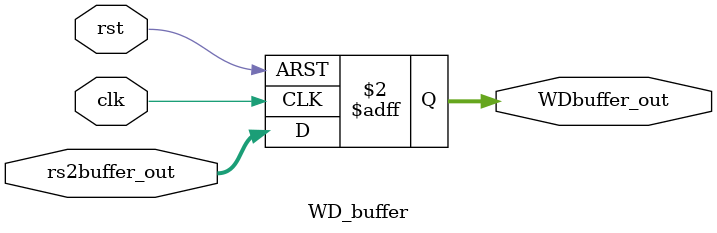
<source format=sv>
/*
 * Author: A.G. Hasan Zarook
 * University: University of Engineering and Technology, Lahore
 * Project: RISCV Pipeline Architecture
 * Date: 11th December 2024
 */
module WD_buffer
(
    input  logic        clk,
    input  logic        rst,
    input  logic [31:0] rs2buffer_out,       // Input from Fetch stage
    output logic [31:0] WDbuffer_out       // Output to Execute stage
);
    always_ff @(posedge clk or posedge rst)
    begin
        if (rst)
            WDbuffer_out <= 32'b0;         // Reset value
        else
            WDbuffer_out <= rs2buffer_out;         // Pass PC to Execute stage
    end
endmodule
</source>
